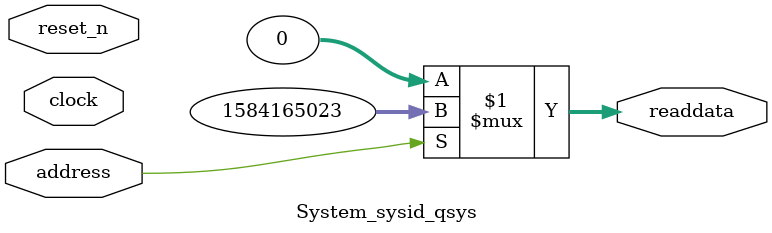
<source format=v>

`timescale 1ns / 1ps
// synthesis translate_on

// turn off superfluous verilog processor warnings 
// altera message_level Level1 
// altera message_off 10034 10035 10036 10037 10230 10240 10030 

module System_sysid_qsys (
               // inputs:
                address,
                clock,
                reset_n,

               // outputs:
                readdata
             )
;

  output  [ 31: 0] readdata;
  input            address;
  input            clock;
  input            reset_n;

  wire    [ 31: 0] readdata;
  //control_slave, which is an e_avalon_slave
  assign readdata = address ? 1584165023 : 0;

endmodule




</source>
